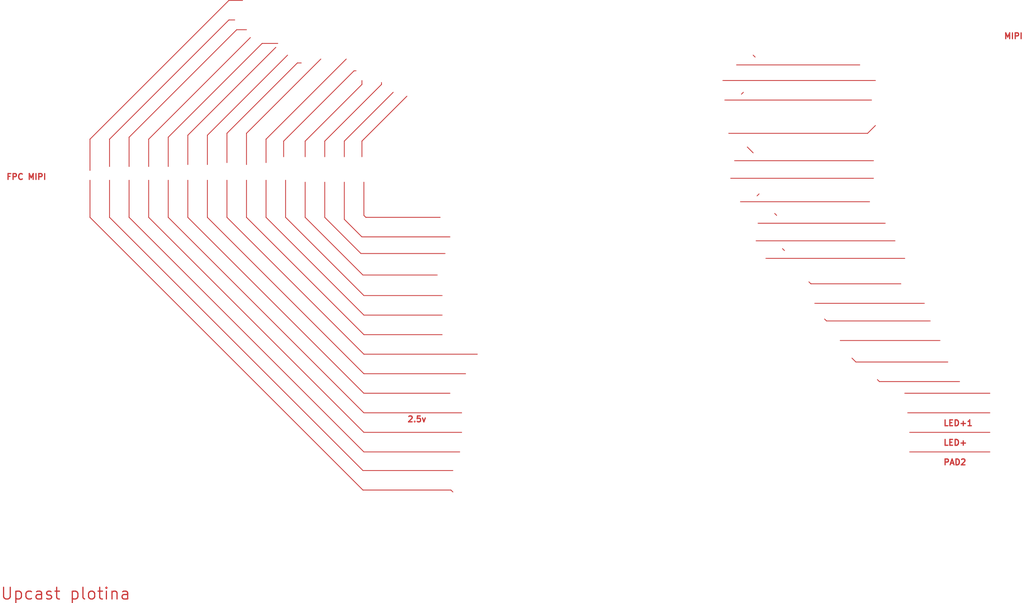
<source format=kicad_pcb>
(kicad_pcb
	(version 20240108)
	(generator "pcbnew")
	(generator_version "8.0")
	(general
		(thickness 1.6)
		(legacy_teardrops no)
	)
	(paper "A4")
	(layers
		(0 "F.Cu" signal)
		(31 "B.Cu" signal)
		(32 "B.Adhes" user "B.Adhesive")
		(33 "F.Adhes" user "F.Adhesive")
		(34 "B.Paste" user)
		(35 "F.Paste" user)
		(36 "B.SilkS" user "B.Silkscreen")
		(37 "F.SilkS" user "F.Silkscreen")
		(38 "B.Mask" user)
		(39 "F.Mask" user)
		(40 "Dwgs.User" user "User.Drawings")
		(41 "Cmts.User" user "User.Comments")
		(42 "Eco1.User" user "User.Eco1")
		(43 "Eco2.User" user "User.Eco2")
		(44 "Edge.Cuts" user)
		(45 "Margin" user)
		(46 "B.CrtYd" user "B.Courtyard")
		(47 "F.CrtYd" user "F.Courtyard")
		(48 "B.Fab" user)
		(49 "F.Fab" user)
		(50 "User.1" user)
		(51 "User.2" user)
		(52 "User.3" user)
		(53 "User.4" user)
		(54 "User.5" user)
		(55 "User.6" user)
		(56 "User.7" user)
		(57 "User.8" user)
		(58 "User.9" user)
	)
	(setup
		(pad_to_mask_clearance 0)
		(allow_soldermask_bridges_in_footprints no)
		(pcbplotparams
			(layerselection 0x00010fc_ffffffff)
			(plot_on_all_layers_selection 0x0000000_00000000)
			(disableapertmacros no)
			(usegerberextensions no)
			(usegerberattributes yes)
			(usegerberadvancedattributes yes)
			(creategerberjobfile yes)
			(dashed_line_dash_ratio 12.000000)
			(dashed_line_gap_ratio 3.000000)
			(svgprecision 4)
			(plotframeref no)
			(viasonmask no)
			(mode 1)
			(useauxorigin no)
			(hpglpennumber 1)
			(hpglpenspeed 20)
			(hpglpendiameter 15.000000)
			(pdf_front_fp_property_popups yes)
			(pdf_back_fp_property_popups yes)
			(dxfpolygonmode yes)
			(dxfimperialunits yes)
			(dxfusepcbnewfont yes)
			(psnegative no)
			(psa4output no)
			(plotreference yes)
			(plotvalue yes)
			(plotfptext yes)
			(plotinvisibletext no)
			(sketchpadsonfab no)
			(subtractmaskfromsilk no)
			(outputformat 1)
			(mirror no)
			(drillshape 1)
			(scaleselection 1)
			(outputdirectory "")
		)
	)
	(net 0 "")
	(gr_text "2.5v\n"
		(at 121 147.5 0)
		(layer "F.Cu")
		(uuid "57801a14-7141-46a8-a9c3-131e1f302d86")
		(effects
			(font
				(size 1.5 1.5)
				(thickness 0.3)
				(bold yes)
			)
			(justify left bottom)
		)
	)
	(gr_text "FPC MIPI"
		(at 18.5 85.5 0)
		(layer "F.Cu")
		(uuid "6f79d192-8e35-453e-924c-6d727d6f8154")
		(effects
			(font
				(size 1.5 1.5)
				(thickness 0.3)
				(bold yes)
			)
			(justify left bottom)
		)
	)
	(gr_text "PAD2\n"
		(at 258 158.5 0)
		(layer "F.Cu")
		(uuid "87452751-3b48-43bf-b21e-06d14545a64f")
		(effects
			(font
				(size 1.5 1.5)
				(thickness 0.3)
				(bold yes)
			)
			(justify left bottom)
		)
	)
	(gr_text "LED+1\n"
		(at 258 148.5 0)
		(layer "F.Cu")
		(uuid "9693da21-fb00-4777-aac8-63325aea63da")
		(effects
			(font
				(size 1.5 1.5)
				(thickness 0.3)
				(bold yes)
			)
			(justify left bottom)
		)
	)
	(gr_text "LED+"
		(at 258 153.5 0)
		(layer "F.Cu")
		(uuid "b06585cd-0a9f-4ec9-88b1-1b673721d802")
		(effects
			(font
				(size 1.5 1.5)
				(thickness 0.3)
				(bold yes)
			)
			(justify left bottom)
		)
	)
	(gr_text "MIPI\n"
		(at 273.5 49.5 0)
		(layer "F.Cu")
		(uuid "e27bbbef-d58b-4f57-9c73-786b8651eda5")
		(effects
			(font
				(size 1.5 1.5)
				(thickness 0.3)
				(bold yes)
			)
			(justify left bottom)
		)
	)
	(gr_text "Upcast plotina "
		(at 17 193 0)
		(layer "F.Cu")
		(uuid "e714f6e0-0256-407e-9143-497122efa117")
		(effects
			(font
				(size 3 3)
				(thickness 0.3)
				(bold yes)
			)
			(justify left bottom)
		)
	)
	(segment
		(start 65 81.5)
		(end 65 74)
		(width 0.2)
		(layer "F.Cu")
		(net 0)
		(uuid "04ac3cc3-6cb6-457f-8617-9d514d182f3b")
	)
	(segment
		(start 240.25 80.5)
		(end 204.75 80.5)
		(width 0.2)
		(layer "F.Cu")
		(net 0)
		(uuid "06d69937-32f6-4b90-a4aa-be3db5185fab")
	)
	(segment
		(start 55 85.5)
		(end 55 95)
		(width 0.2)
		(layer "F.Cu")
		(net 0)
		(uuid "09a4b4dc-1a65-482a-84bf-30348cb4b62a")
	)
	(segment
		(start 80 81.5)
		(end 80 73.5)
		(width 0.2)
		(layer "F.Cu")
		(net 0)
		(uuid "0aa16599-179f-41cf-9a6b-fdb19d70e267")
	)
	(segment
		(start 50 85.5)
		(end 50 95)
		(width 0.2)
		(layer "F.Cu")
		(net 0)
		(uuid "0b313bf5-d179-4d6f-b0ec-a7e7024dbe7d")
	)
	(segment
		(start 109.5 100)
		(end 132 100)
		(width 0.2)
		(layer "F.Cu")
		(net 0)
		(uuid "0c0f363e-3fbc-47dd-aa93-4771b56c1857")
	)
	(segment
		(start 95 86)
		(end 95 95)
		(width 0.2)
		(layer "F.Cu")
		(net 0)
		(uuid "0c1bb8ef-dbed-4ceb-9154-874597cd0b9f")
	)
	(segment
		(start 95.5 75)
		(end 109.5 61)
		(width 0.2)
		(layer "F.Cu")
		(net 0)
		(uuid "0de5d505-7661-4b3f-9720-c5c7f795b25b")
	)
	(segment
		(start 105 86)
		(end 105 95.5)
		(width 0.2)
		(layer "F.Cu")
		(net 0)
		(uuid "13de19c7-d4ca-45d8-a4e6-28591b56c9c3")
	)
	(segment
		(start 100 86)
		(end 100 95)
		(width 0.2)
		(layer "F.Cu")
		(net 0)
		(uuid "15939539-898d-4859-b65c-92031bdc9555")
	)
	(segment
		(start 248.25 105.5)
		(end 212.75 105.5)
		(width 0.2)
		(layer "F.Cu")
		(net 0)
		(uuid "16561ddf-a4da-4cad-8c54-4fd030a4771c")
	)
	(segment
		(start 215.5 94.5)
		(end 215 94)
		(width 0.2)
		(layer "F.Cu")
		(net 0)
		(uuid "1677c511-d3ff-4b20-b021-1d83744b14dc")
	)
	(segment
		(start 110 120)
		(end 130 120)
		(width 0.2)
		(layer "F.Cu")
		(net 0)
		(uuid "179fd425-2125-4dba-8d95-7f0ae479ad38")
	)
	(segment
		(start 110 150)
		(end 135 150)
		(width 0.2)
		(layer "F.Cu")
		(net 0)
		(uuid "17ed1abb-b5a4-4f95-8e53-b5d8aa7b4670")
	)
	(segment
		(start 75.5 39.5)
		(end 79 39.5)
		(width 0.2)
		(layer "F.Cu")
		(net 0)
		(uuid "1ade378a-c71f-48c6-a6d5-885fde34379d")
	)
	(segment
		(start 60 95)
		(end 110 145)
		(width 0.2)
		(layer "F.Cu")
		(net 0)
		(uuid "1b7e4c87-4249-4639-9f0e-637f7535bb99")
	)
	(segment
		(start 241.75 137)
		(end 241.25 136.5)
		(width 0.2)
		(layer "F.Cu")
		(net 0)
		(uuid "1cb7301b-f088-4fc9-a044-f30bddb1541d")
	)
	(segment
		(start 65 95)
		(end 110 140)
		(width 0.2)
		(layer "F.Cu")
		(net 0)
		(uuid "1d885c87-5213-4b01-8d6e-9c94b90a4795")
	)
	(segment
		(start 210 54)
		(end 209.5 53.5)
		(width 0.2)
		(layer "F.Cu")
		(net 0)
		(uuid "1dd50d67-770d-4bd1-8684-723ac38b96f8")
	)
	(segment
		(start 110 145)
		(end 135 145)
		(width 0.2)
		(layer "F.Cu")
		(net 0)
		(uuid "22e439dd-5b73-497b-82ba-f6a46de469bb")
	)
	(segment
		(start 80 85.5)
		(end 80 95)
		(width 0.2)
		(layer "F.Cu")
		(net 0)
		(uuid "22ffc89d-2611-4985-ac2a-bd99815b9928")
	)
	(segment
		(start 109.25 104.25)
		(end 130.75 104.25)
		(width 0.2)
		(layer "F.Cu")
		(net 0)
		(uuid "25c724fc-1885-4071-af8d-12c5f3261f30")
	)
	(segment
		(start 253.25 117)
		(end 225.25 117)
		(width 0.2)
		(layer "F.Cu")
		(net 0)
		(uuid "293026e6-ca02-4b47-86fb-7a3df7d89bfd")
	)
	(segment
		(start 224.25 112)
		(end 223.75 111.5)
		(width 0.2)
		(layer "F.Cu")
		(net 0)
		(uuid "2dd95397-5ecc-44da-a33e-a99ce1e9b315")
	)
	(segment
		(start 110 140)
		(end 132 140)
		(width 0.2)
		(layer "F.Cu")
		(net 0)
		(uuid "2eced850-fbbb-419b-8668-0711dc1747ec")
	)
	(segment
		(start 254.75 121.5)
		(end 228.25 121.5)
		(width 0.2)
		(layer "F.Cu")
		(net 0)
		(uuid "314188b3-c334-4f6c-baa6-214267a7c5c8")
	)
	(segment
		(start 109.5 75.5)
		(end 110 75)
		(width 0.2)
		(layer "F.Cu")
		(net 0)
		(uuid "315579f2-b8b3-45d7-a7d4-df09d928a2b7")
	)
	(segment
		(start 40 83)
		(end 40 75)
		(width 0.2)
		(layer "F.Cu")
		(net 0)
		(uuid "3500bc82-e974-4cf6-a8ce-e551ad72b824")
	)
	(segment
		(start 95 79.5)
		(end 95 75.5)
		(width 0.2)
		(layer "F.Cu")
		(net 0)
		(uuid "3641ed0e-cd3c-4c81-a761-ac7c8675de20")
	)
	(segment
		(start 60 82)
		(end 60 74.5)
		(width 0.2)
		(layer "F.Cu")
		(net 0)
		(uuid "373e3551-4191-493a-a7cd-4166234858be")
	)
	(segment
		(start 40 85.5)
		(end 40 95)
		(width 0.2)
		(layer "F.Cu")
		(net 0)
		(uuid "3ba6edf1-6a9f-42ba-9880-532ada6e49a5")
	)
	(segment
		(start 75 95)
		(end 110 130)
		(width 0.2)
		(layer "F.Cu")
		(net 0)
		(uuid "3be47e4b-d430-4c95-b360-99058b8e5ab6")
	)
	(segment
		(start 90.5 74.5)
		(end 107.5 57.5)
		(width 0.2)
		(layer "F.Cu")
		(net 0)
		(uuid "3cfdb4de-89f6-4ea4-bde1-21d4c00a73c8")
	)
	(segment
		(start 107.5 57.5)
		(end 108 57.5)
		(width 0.2)
		(layer "F.Cu")
		(net 0)
		(uuid "3e2f8709-6fdf-4780-87ae-44da5dac8457")
	)
	(segment
		(start 100 79.5)
		(end 100 75.5)
		(width 0.2)
		(layer "F.Cu")
		(net 0)
		(uuid "3ff081c3-f3ac-498d-bdc4-23f17fc1697e")
	)
	(segment
		(start 238.75 73.5)
		(end 240.75 71.5)
		(width 0.2)
		(layer "F.Cu")
		(net 0)
		(uuid "42da5a60-76df-46aa-9889-7a543a653a5b")
	)
	(segment
		(start 203.25 73.5)
		(end 238.75 73.5)
		(width 0.2)
		(layer "F.Cu")
		(net 0)
		(uuid "447a0908-d83e-4921-b5a3-84302914d163")
	)
	(segment
		(start 257.25 126.5)
		(end 231.75 126.5)
		(width 0.2)
		(layer "F.Cu")
		(net 0)
		(uuid "4ae365a0-be80-41aa-b913-7466f8236392")
	)
	(segment
		(start 85 75)
		(end 105.5 54.5)
		(width 0.2)
		(layer "F.Cu")
		(net 0)
		(uuid "53a41e21-8297-411b-8ef5-258a1421a2d7")
	)
	(segment
		(start 95 95)
		(end 109.75 109.75)
		(width 0.2)
		(layer "F.Cu")
		(net 0)
		(uuid "5763fcfe-ed9a-4c2b-b027-ff850709f945")
	)
	(segment
		(start 100 75.5)
		(end 114.5 61)
		(width 0.2)
		(layer "F.Cu")
		(net 0)
		(uuid "5c3994af-1cd2-4612-bf68-fe066b4f485a")
	)
	(segment
		(start 262.25 137)
		(end 241.75 137)
		(width 0.2)
		(layer "F.Cu")
		(net 0)
		(uuid "5f08b40d-705e-4c0f-b086-13e4979b5015")
	)
	(segment
		(start 80 95)
		(end 110 125)
		(width 0.2)
		(layer "F.Cu")
		(net 0)
		(uuid "605ac8dd-facf-47f6-889c-92171a90d790")
	)
	(segment
		(start 259.25 132)
		(end 235.75 132)
		(width 0.2)
		(layer "F.Cu")
		(net 0)
		(uuid "61775fbe-a976-4284-80f9-568744e01bc8")
	)
	(segment
		(start 75.5 44.5)
		(end 77 44.5)
		(width 0.2)
		(layer "F.Cu")
		(net 0)
		(uuid "62c33cda-5191-453f-832b-0d39313109ad")
	)
	(segment
		(start 114.5 61)
		(end 114.5 60.5)
		(width 0.2)
		(layer "F.Cu")
		(net 0)
		(uuid "647a3cf3-7e65-4d96-b11e-ca3280319ce6")
	)
	(segment
		(start 110 155)
		(end 134.5 155)
		(width 0.2)
		(layer "F.Cu")
		(net 0)
		(uuid "6aff61c0-8f9b-41fd-ac82-fe51ffe868a1")
	)
	(segment
		(start 84 50.5)
		(end 88 50.5)
		(width 0.2)
		(layer "F.Cu")
		(net 0)
		(uuid "6ca21f75-cf0d-4c62-b004-36e83f86c32a")
	)
	(segment
		(start 105 79.5)
		(end 105 75.5)
		(width 0.2)
		(layer "F.Cu")
		(net 0)
		(uuid "6e45c632-dfdd-47b3-8cfc-c08a8d134ee4")
	)
	(segment
		(start 85 81)
		(end 85 75)
		(width 0.2)
		(layer "F.Cu")
		(net 0)
		(uuid "701198cc-d283-4b9f-b75a-9f29ca52d73e")
	)
	(segment
		(start 247.25 112)
		(end 224.25 112)
		(width 0.2)
		(layer "F.Cu")
		(net 0)
		(uuid "78fddb97-ee05-4a53-9d10-f13649e1f3a0")
	)
	(segment
		(start 55 95)
		(end 110 150)
		(width 0.2)
		(layer "F.Cu")
		(net 0)
		(uuid "7afeab52-d46d-48fe-b974-b3e09afeddf6")
	)
	(segment
		(start 270 145)
		(end 249 145)
		(width 0.2)
		(layer "F.Cu")
		(net 0)
		(uuid "7d44a616-7a77-46cf-9aa0-1116b1c1c7a9")
	)
	(segment
		(start 40 75)
		(end 75.5 39.5)
		(width 0.2)
		(layer "F.Cu")
		(net 0)
		(uuid "7e2e9d72-7c70-4245-8820-277b8aca6c3b")
	)
	(segment
		(start 240.75 60)
		(end 201.75 60)
		(width 0.2)
		(layer "F.Cu")
		(net 0)
		(uuid "853a3a6d-d34c-474d-8d1a-e0be5b09b8c0")
	)
	(segment
		(start 60 74.5)
		(end 84 50.5)
		(width 0.2)
		(layer "F.Cu")
		(net 0)
		(uuid "85cfee74-8edc-48b3-9973-935582ab3d54")
	)
	(segment
		(start 75 73.5)
		(end 93 55.5)
		(width 0.2)
		(layer "F.Cu")
		(net 0)
		(uuid "872d0e69-a98f-4be1-ac0a-a312a9627fde")
	)
	(segment
		(start 50 82)
		(end 50 74.5)
		(width 0.2)
		(layer "F.Cu")
		(net 0)
		(uuid "9145afcc-83b7-4ffd-b637-75f851828848")
	)
	(segment
		(start 93 55.5)
		(end 94 55.5)
		(width 0.2)
		(layer "F.Cu")
		(net 0)
		(uuid "91975af6-1ac5-4533-983a-6d6a0345c74a")
	)
	(segment
		(start 70 81.5)
		(end 70 74)
		(width 0.2)
		(layer "F.Cu")
		(net 0)
		(uuid "91f0a0a2-95e5-411f-8d47-2d2a8657f111")
	)
	(segment
		(start 105 75.5)
		(end 117.5 63)
		(width 0.2)
		(layer "F.Cu")
		(net 0)
		(uuid "93f908c9-e8fd-411b-8592-342deb00c423")
	)
	(segment
		(start 110.5 95)
		(end 129.5 95)
		(width 0.2)
		(layer "F.Cu")
		(net 0)
		(uuid "99339546-8044-4ee0-a5ca-db964f086fce")
	)
	(segment
		(start 228.25 121.5)
		(end 227.75 121)
		(width 0.2)
		(layer "F.Cu")
		(net 0)
		(uuid "99a92cd6-f621-4973-9dda-acc180035f0c")
	)
	(segment
		(start 109.5 61)
		(end 109.5 60)
		(width 0.2)
		(layer "F.Cu")
		(net 0)
		(uuid "9ac4499c-52b0-4e71-b5ea-1c79ca8d3753")
	)
	(segment
		(start 239.25 91)
		(end 206.25 91)
		(width 0.2)
		(layer "F.Cu")
		(net 0)
		(uuid "9ad096bd-7145-4d28-a4c1-d0b7a36963fc")
	)
	(segment
		(start 50 74.5)
		(end 77.5 47)
		(width 0.2)
		(layer "F.Cu")
		(net 0)
		(uuid "9b7c9271-6e95-4351-bac2-6f687ba7bdf3")
	)
	(segment
		(start 89.5 79.5)
		(end 89.5 75.5)
		(width 0.2)
		(layer "F.Cu")
		(net 0)
		(uuid "9c3f05eb-4148-4490-9752-b63f3d4a2715")
	)
	(segment
		(start 270 140)
		(end 248.25 140)
		(width 0.2)
		(layer "F.Cu")
		(net 0)
		(uuid "9d022e84-892b-46f8-9276-1526741b659f")
	)
	(segment
		(start 55 82)
		(end 55 75)
		(width 0.2)
		(layer "F.Cu")
		(net 0)
		(uuid "9f935cd3-ac00-47fd-84ce-baa8d1932b5e")
	)
	(segment
		(start 109.75 159.75)
		(end 132.75 159.75)
		(width 0.2)
		(layer "F.Cu")
		(net 0)
		(uuid "a06be1ec-41c3-4c2a-8c75-e8cd5b99c21a")
	)
	(segment
		(start 45 82)
		(end 45 75)
		(width 0.2)
		(layer "F.Cu")
		(net 0)
		(uuid "a1dfa267-eb42-47f7-ad3e-c72638eef93a")
	)
	(segment
		(start 270 155)
		(end 249.5 155)
		(width 0.2)
		(layer "F.Cu")
		(net 0)
		(uuid "a1e983bb-7c71-4ff7-87fe-a6b16262a95a")
	)
	(segment
		(start 45 75)
		(end 75.5 44.5)
		(width 0.2)
		(layer "F.Cu")
		(net 0)
		(uuid "a3836852-6355-4126-9acd-d201fdb2fbfe")
	)
	(segment
		(start 100 95)
		(end 109.25 104.25)
		(width 0.2)
		(layer "F.Cu")
		(net 0)
		(uuid "a43061b5-bc4e-4c75-b7d0-90d5720695bf")
	)
	(segment
		(start 90 95)
		(end 110 115)
		(width 0.2)
		(layer "F.Cu")
		(net 0)
		(uuid "afb2c53a-c7ef-4873-9166-a6eb93921cc2")
	)
	(segment
		(start 109.75 109.75)
		(end 128.75 109.75)
		(width 0.2)
		(layer "F.Cu")
		(net 0)
		(uuid "b274fc32-0f02-4a5a-8efe-3234f16aa666")
	)
	(segment
		(start 109.75 164.75)
		(end 132.25 164.75)
		(width 0.2)
		(layer "F.Cu")
		(net 0)
		(uuid "b2dec511-c151-40e3-a549-6dd8f07a8641")
	)
	(segment
		(start 132.25 164.75)
		(end 132.75 165.25)
		(width 0.2)
		(layer "F.Cu")
		(net 0)
		(uuid "b4fe0a3c-080a-4f3c-ad4d-7c7b73ce41bd")
	)
	(segment
		(start 75 85.5)
		(end 75 95)
		(width 0.2)
		(layer "F.Cu")
		(net 0)
		(uuid "b6a7c364-8926-4afd-a65d-b14904eba49a")
	)
	(segment
		(start 80 73.5)
		(end 99 54.5)
		(width 0.2)
		(layer "F.Cu")
		(net 0)
		(uuid "b82939a1-0866-45ab-9f46-7704a62a9dab")
	)
	(segment
		(start 217.5 103.5)
		(end 217 103)
		(width 0.2)
		(layer "F.Cu")
		(net 0)
		(uuid "b9667297-f94a-4406-8870-b83dfc251807")
	)
	(segment
		(start 209.5 78.5)
		(end 208 77)
		(width 0.2)
		(layer "F.Cu")
		(net 0)
		(uuid "bc7e922c-aa26-4d77-82ce-f5b56df154f3")
	)
	(segment
		(start 65 74)
		(end 87.5 51.5)
		(width 0.2)
		(layer "F.Cu")
		(net 0)
		(uuid "bd03b3a5-0a84-4286-a40f-ef4f733aa914")
	)
	(segment
		(start 243.25 96.5)
		(end 210.75 96.5)
		(width 0.2)
		(layer "F.Cu")
		(net 0)
		(uuid "bd3b6357-db3b-426c-90f0-53129711c891")
	)
	(segment
		(start 109.5 79.5)
		(end 109.5 75.5)
		(width 0.2)
		(layer "F.Cu")
		(net 0)
		(uuid "be09546f-fc51-4a4f-bc5b-55a30a7af665")
	)
	(segment
		(start 45 85.5)
		(end 45 95)
		(width 0.2)
		(layer "F.Cu")
		(net 0)
		(uuid "be58fb0a-1a00-434b-b3a0-093f7ed10b9d")
	)
	(segment
		(start 75 81)
		(end 75 73.5)
		(width 0.2)
		(layer "F.Cu")
		(net 0)
		(uuid "bfa13664-5c2f-45b0-89d4-cba333cf42f1")
	)
	(segment
		(start 110 130)
		(end 139 130)
		(width 0.2)
		(layer "F.Cu")
		(net 0)
		(uuid "c87b06ee-7521-4cdc-bf5b-e6134c2b693d")
	)
	(segment
		(start 270 150)
		(end 249.5 150)
		(width 0.2)
		(layer "F.Cu")
		(net 0)
		(uuid "c911bfe6-da92-4ad2-89d7-db9eb3fc4dfc")
	)
	(segment
		(start 90 85.5)
		(end 90 95)
		(width 0.2)
		(layer "F.Cu")
		(net 0)
		(uuid "c97015ee-7f84-412c-812d-f5defa625023")
	)
	(segment
		(start 236.75 56)
		(end 205.25 56)
		(width 0.2)
		(layer "F.Cu")
		(net 0)
		(uuid "cf97eeb9-69e9-4240-9487-dd052b41f7d0")
	)
	(segment
		(start 110 94.5)
		(end 110.5 95)
		(width 0.2)
		(layer "F.Cu")
		(net 0)
		(uuid "d0adb06e-0166-440b-bf19-b46fe0bd46cc")
	)
	(segment
		(start 77.5 47)
		(end 80 47)
		(width 0.2)
		(layer "F.Cu")
		(net 0)
		(uuid "d2b47d4d-1f89-48b9-8d40-846df53014d6")
	)
	(segment
		(start 110 125)
		(end 130 125)
		(width 0.2)
		(layer "F.Cu")
		(net 0)
		(uuid "dc5d1e86-65cc-4aea-b8b9-fb13b7d218c4")
	)
	(segment
		(start 110 115)
		(end 130 115)
		(width 0.2)
		(layer "F.Cu")
		(net 0)
		(uuid "dcc3640d-dab2-4c06-8f9c-b6ac0c6ae692")
	)
	(segment
		(start 70 95)
		(end 110 135)
		(width 0.2)
		(layer "F.Cu")
		(net 0)
		(uuid "dd12e6e7-e20b-40b9-80d0-afee49268913")
	)
	(segment
		(start 40 95)
		(end 109.75 164.75)
		(width 0.2)
		(layer "F.Cu")
		(net 0)
		(uuid "dd726ddf-3899-474c-b164-88147cec4b30")
	)
	(segment
		(start 245.75 101)
		(end 210.25 101)
		(width 0.2)
		(layer "F.Cu")
		(net 0)
		(uuid "dd85a4ba-46cc-4d60-bc25-1237a25ddc27")
	)
	(segment
		(start 65 85.5)
		(end 65 95)
		(width 0.2)
		(layer "F.Cu")
		(net 0)
		(uuid "dda4faba-d1ec-46fa-9875-088a53abcc8e")
	)
	(segment
		(start 105 95.5)
		(end 109.5 100)
		(width 0.2)
		(layer "F.Cu")
		(net 0)
		(uuid "ddc1de97-6aa4-4130-91ce-585c7a5f0aaf")
	)
	(segment
		(start 207 63)
		(end 206.5 63.5)
		(width 0.2)
		(layer "F.Cu")
		(net 0)
		(uuid "e03f1e9b-6d69-4844-9883-ff9bcb529a63")
	)
	(segment
		(start 239.75 65)
		(end 202.25 65)
		(width 0.2)
		(layer "F.Cu")
		(net 0)
		(uuid "e1b09cdb-f4d5-4c1e-b370-d6e8c8a45844")
	)
	(segment
		(start 45 95)
		(end 109.75 159.75)
		(width 0.2)
		(layer "F.Cu")
		(net 0)
		(uuid "e3409f3f-e0c8-4fb2-87b5-dac39c63f117")
	)
	(segment
		(start 70 85.5)
		(end 70 95)
		(width 0.2)
		(layer "F.Cu")
		(net 0)
		(uuid "e398d48b-0e5f-4fa9-9f95-25be6af4f84a")
	)
	(segment
		(start 70 74)
		(end 90.5 53.5)
		(width 0.2)
		(layer "F.Cu")
		(net 0)
		(uuid "e85051b8-5f24-4829-8c3c-507885729a09")
	)
	(segment
		(start 50 95)
		(end 110 155)
		(width 0.2)
		(layer "F.Cu")
		(net 0)
		(uuid "e8d9cfc3-6967-418b-b5fc-2c0bc03ec54a")
	)
	(segment
		(start 240.25 85)
		(end 203.75 85)
		(width 0.2)
		(layer "F.Cu")
		(net 0)
		(uuid "ead00965-3878-404f-ad2f-96a8fad753d5")
	)
	(segment
		(start 211 89)
		(end 210.5 89.5)
		(width 0.2)
		(layer "F.Cu")
		(net 0)
		(uuid "ebcf02ca-0ec4-42c7-a9fc-0d535750f800")
	)
	(segment
		(start 110 75)
		(end 121 64)
		(width 0.2)
		(layer "F.Cu")
		(net 0)
		(uuid "ed905d5b-e40a-48fb-ba84-48f99a19d9bd")
	)
	(segment
		(start 85 85.5)
		(end 85 95)
		(width 0.2)
		(layer "F.Cu")
		(net 0)
		(uuid "edb744a4-de53-4ca6-932c-3ce9b12c413e")
	)
	(segment
		(start 110 86)
		(end 110 94.5)
		(width 0.2)
		(layer "F.Cu")
		(net 0)
		(uuid "f13ddc1f-964a-4684-95bc-3b847fe88190")
	)
	(segment
		(start 89.5 75.5)
		(end 90.5 74.5)
		(width 0.2)
		(layer "F.Cu")
		(net 0)
		(uuid "f34e59e4-ac5a-4071-9d6a-49e8ca839640")
	)
	(segment
		(start 95 75.5)
		(end 95.5 75)
		(width 0.2)
		(layer "F.Cu")
		(net 0)
		(uuid "f5502266-4de3-4c4b-816d-04ec4ca5f309")
	)
	(segment
		(start 55 75)
		(end 81 49)
		(width 0.2)
		(layer "F.Cu")
		(net 0)
		(uuid "fa6e358c-8c56-4f58-b006-a8831531d35c")
	)
	(segment
		(start 110 135)
		(end 136 135)
		(width 0.2)
		(layer "F.Cu")
		(net 0)
		(uuid "fd3b00e7-bc4e-408a-9e0c-bec48d5ce9ab")
	)
	(segment
		(start 85 95)
		(end 110 120)
		(width 0.2)
		(layer "F.Cu")
		(net 0)
		(uuid "fd705958-7a55-49f9-a966-40e2b8ba6242")
	)
	(segment
		(start 235.75 132)
		(end 234.75 131)
		(width 0.2)
		(layer "F.Cu")
		(net 0)
		(uuid "fd8c8fce-b307-47ae-913f-eb721cede0f3")
	)
	(segment
		(start 60 85.5)
		(end 60 95)
		(width 0.2)
		(layer "F.Cu")
		(net 0)
		(uuid "fe393a57-bead-4630-b6d0-a67e1fc071a7")
	)
)

</source>
